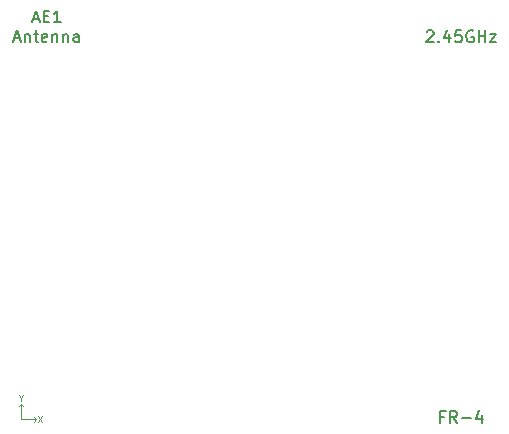
<source format=gto>
G04 #@! TF.GenerationSoftware,KiCad,Pcbnew,6.0.2+dfsg-1*
G04 #@! TF.CreationDate,2022-08-15T17:06:06+10:00*
G04 #@! TF.ProjectId,patch-antenna,70617463-682d-4616-9e74-656e6e612e6b,1*
G04 #@! TF.SameCoordinates,Original*
G04 #@! TF.FileFunction,Legend,Top*
G04 #@! TF.FilePolarity,Positive*
%FSLAX46Y46*%
G04 Gerber Fmt 4.6, Leading zero omitted, Abs format (unit mm)*
G04 Created by KiCad (PCBNEW 6.0.2+dfsg-1) date 2022-08-15 17:06:06*
%MOMM*%
%LPD*%
G01*
G04 APERTURE LIST*
%ADD10C,0.100000*%
%ADD11C,0.125000*%
%ADD12C,0.150000*%
G04 APERTURE END LIST*
D10*
X110000000Y-109641250D02*
X109810000Y-109831250D01*
X108690000Y-109641250D02*
X108690000Y-108331250D01*
X108690000Y-108331250D02*
X108500000Y-108521250D01*
X108690000Y-108331250D02*
X108880000Y-108521250D01*
X108690000Y-109641250D02*
X110000000Y-109641250D01*
X110000000Y-109641250D02*
X109810000Y-109451250D01*
D11*
X110143333Y-109367440D02*
X110476666Y-109867440D01*
X110476666Y-109367440D02*
X110143333Y-109867440D01*
D12*
X143075238Y-76797619D02*
X143122857Y-76750000D01*
X143218095Y-76702380D01*
X143456190Y-76702380D01*
X143551428Y-76750000D01*
X143599047Y-76797619D01*
X143646666Y-76892857D01*
X143646666Y-76988095D01*
X143599047Y-77130952D01*
X143027619Y-77702380D01*
X143646666Y-77702380D01*
X144075238Y-77607142D02*
X144122857Y-77654761D01*
X144075238Y-77702380D01*
X144027619Y-77654761D01*
X144075238Y-77607142D01*
X144075238Y-77702380D01*
X144980000Y-77035714D02*
X144980000Y-77702380D01*
X144741904Y-76654761D02*
X144503809Y-77369047D01*
X145122857Y-77369047D01*
X145980000Y-76702380D02*
X145503809Y-76702380D01*
X145456190Y-77178571D01*
X145503809Y-77130952D01*
X145599047Y-77083333D01*
X145837142Y-77083333D01*
X145932380Y-77130952D01*
X145980000Y-77178571D01*
X146027619Y-77273809D01*
X146027619Y-77511904D01*
X145980000Y-77607142D01*
X145932380Y-77654761D01*
X145837142Y-77702380D01*
X145599047Y-77702380D01*
X145503809Y-77654761D01*
X145456190Y-77607142D01*
X146980000Y-76750000D02*
X146884761Y-76702380D01*
X146741904Y-76702380D01*
X146599047Y-76750000D01*
X146503809Y-76845238D01*
X146456190Y-76940476D01*
X146408571Y-77130952D01*
X146408571Y-77273809D01*
X146456190Y-77464285D01*
X146503809Y-77559523D01*
X146599047Y-77654761D01*
X146741904Y-77702380D01*
X146837142Y-77702380D01*
X146980000Y-77654761D01*
X147027619Y-77607142D01*
X147027619Y-77273809D01*
X146837142Y-77273809D01*
X147456190Y-77702380D02*
X147456190Y-76702380D01*
X147456190Y-77178571D02*
X148027619Y-77178571D01*
X148027619Y-77702380D02*
X148027619Y-76702380D01*
X148408571Y-77035714D02*
X148932380Y-77035714D01*
X148408571Y-77702380D01*
X148932380Y-77702380D01*
X144527619Y-109398571D02*
X144194285Y-109398571D01*
X144194285Y-109922380D02*
X144194285Y-108922380D01*
X144670476Y-108922380D01*
X145622857Y-109922380D02*
X145289523Y-109446190D01*
X145051428Y-109922380D02*
X145051428Y-108922380D01*
X145432380Y-108922380D01*
X145527619Y-108970000D01*
X145575238Y-109017619D01*
X145622857Y-109112857D01*
X145622857Y-109255714D01*
X145575238Y-109350952D01*
X145527619Y-109398571D01*
X145432380Y-109446190D01*
X145051428Y-109446190D01*
X146051428Y-109541428D02*
X146813333Y-109541428D01*
X147718095Y-109255714D02*
X147718095Y-109922380D01*
X147480000Y-108874761D02*
X147241904Y-109589047D01*
X147860952Y-109589047D01*
D11*
X108680000Y-107809345D02*
X108680000Y-108047440D01*
X108513333Y-107547440D02*
X108680000Y-107809345D01*
X108846666Y-107547440D01*
D12*
G04 #@! TO.C,AE1*
X109723333Y-75746666D02*
X110199523Y-75746666D01*
X109628095Y-76032380D02*
X109961428Y-75032380D01*
X110294761Y-76032380D01*
X110628095Y-75508571D02*
X110961428Y-75508571D01*
X111104285Y-76032380D02*
X110628095Y-76032380D01*
X110628095Y-75032380D01*
X111104285Y-75032380D01*
X112056666Y-76032380D02*
X111485238Y-76032380D01*
X111770952Y-76032380D02*
X111770952Y-75032380D01*
X111675714Y-75175238D01*
X111580476Y-75270476D01*
X111485238Y-75318095D01*
X108128095Y-77386666D02*
X108604285Y-77386666D01*
X108032857Y-77672380D02*
X108366190Y-76672380D01*
X108699523Y-77672380D01*
X109032857Y-77005714D02*
X109032857Y-77672380D01*
X109032857Y-77100952D02*
X109080476Y-77053333D01*
X109175714Y-77005714D01*
X109318571Y-77005714D01*
X109413809Y-77053333D01*
X109461428Y-77148571D01*
X109461428Y-77672380D01*
X109794761Y-77005714D02*
X110175714Y-77005714D01*
X109937619Y-76672380D02*
X109937619Y-77529523D01*
X109985238Y-77624761D01*
X110080476Y-77672380D01*
X110175714Y-77672380D01*
X110890000Y-77624761D02*
X110794761Y-77672380D01*
X110604285Y-77672380D01*
X110509047Y-77624761D01*
X110461428Y-77529523D01*
X110461428Y-77148571D01*
X110509047Y-77053333D01*
X110604285Y-77005714D01*
X110794761Y-77005714D01*
X110890000Y-77053333D01*
X110937619Y-77148571D01*
X110937619Y-77243809D01*
X110461428Y-77339047D01*
X111366190Y-77005714D02*
X111366190Y-77672380D01*
X111366190Y-77100952D02*
X111413809Y-77053333D01*
X111509047Y-77005714D01*
X111651904Y-77005714D01*
X111747142Y-77053333D01*
X111794761Y-77148571D01*
X111794761Y-77672380D01*
X112270952Y-77005714D02*
X112270952Y-77672380D01*
X112270952Y-77100952D02*
X112318571Y-77053333D01*
X112413809Y-77005714D01*
X112556666Y-77005714D01*
X112651904Y-77053333D01*
X112699523Y-77148571D01*
X112699523Y-77672380D01*
X113604285Y-77672380D02*
X113604285Y-77148571D01*
X113556666Y-77053333D01*
X113461428Y-77005714D01*
X113270952Y-77005714D01*
X113175714Y-77053333D01*
X113604285Y-77624761D02*
X113509047Y-77672380D01*
X113270952Y-77672380D01*
X113175714Y-77624761D01*
X113128095Y-77529523D01*
X113128095Y-77434285D01*
X113175714Y-77339047D01*
X113270952Y-77291428D01*
X113509047Y-77291428D01*
X113604285Y-77243809D01*
G04 #@! TD*
M02*

</source>
